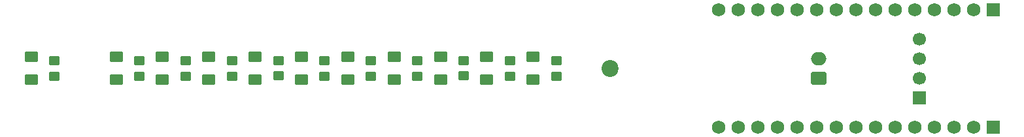
<source format=gbr>
%TF.GenerationSoftware,KiCad,Pcbnew,9.0.1*%
%TF.CreationDate,2025-04-29T17:49:49+02:00*%
%TF.ProjectId,Projet S6,50726f6a-6574-4205-9336-2e6b69636164,rev?*%
%TF.SameCoordinates,Original*%
%TF.FileFunction,Soldermask,Top*%
%TF.FilePolarity,Negative*%
%FSLAX46Y46*%
G04 Gerber Fmt 4.6, Leading zero omitted, Abs format (unit mm)*
G04 Created by KiCad (PCBNEW 9.0.1) date 2025-04-29 17:49:49*
%MOMM*%
%LPD*%
G01*
G04 APERTURE LIST*
G04 Aperture macros list*
%AMRoundRect*
0 Rectangle with rounded corners*
0 $1 Rounding radius*
0 $2 $3 $4 $5 $6 $7 $8 $9 X,Y pos of 4 corners*
0 Add a 4 corners polygon primitive as box body*
4,1,4,$2,$3,$4,$5,$6,$7,$8,$9,$2,$3,0*
0 Add four circle primitives for the rounded corners*
1,1,$1+$1,$2,$3*
1,1,$1+$1,$4,$5*
1,1,$1+$1,$6,$7*
1,1,$1+$1,$8,$9*
0 Add four rect primitives between the rounded corners*
20,1,$1+$1,$2,$3,$4,$5,0*
20,1,$1+$1,$4,$5,$6,$7,0*
20,1,$1+$1,$6,$7,$8,$9,0*
20,1,$1+$1,$8,$9,$2,$3,0*%
G04 Aperture macros list end*
%ADD10RoundRect,0.102000X-0.765000X0.765000X-0.765000X-0.765000X0.765000X-0.765000X0.765000X0.765000X0*%
%ADD11C,1.734000*%
%ADD12RoundRect,0.250001X0.624999X-0.462499X0.624999X0.462499X-0.624999X0.462499X-0.624999X-0.462499X0*%
%ADD13RoundRect,0.250000X-0.450000X0.350000X-0.450000X-0.350000X0.450000X-0.350000X0.450000X0.350000X0*%
%ADD14C,2.200000*%
%ADD15RoundRect,0.250000X0.750000X-0.600000X0.750000X0.600000X-0.750000X0.600000X-0.750000X-0.600000X0*%
%ADD16O,2.000000X1.700000*%
%ADD17R,1.700000X1.700000*%
%ADD18C,1.700000*%
G04 APERTURE END LIST*
D10*
%TO.C,Nucleo2*%
X179560000Y-62380000D03*
D11*
X177020000Y-62380000D03*
X174480000Y-62380000D03*
X171940000Y-62380000D03*
X169400000Y-62380000D03*
X166860000Y-62380000D03*
X164320000Y-62380000D03*
X161780000Y-62380000D03*
X159240000Y-62380000D03*
X156700000Y-62380000D03*
X154160000Y-62380000D03*
X151620000Y-62380000D03*
X149080000Y-62380000D03*
X146540000Y-62380000D03*
X144000000Y-62380000D03*
D10*
X179560000Y-77620000D03*
D11*
X177020000Y-77620000D03*
X174480000Y-77620000D03*
X171940000Y-77620000D03*
X169400000Y-77620000D03*
X166860000Y-77620000D03*
X164320000Y-77620000D03*
X161780000Y-77620000D03*
X159240000Y-77620000D03*
X156700000Y-77620000D03*
X154160000Y-77620000D03*
X151620000Y-77620000D03*
X149080000Y-77620000D03*
X146540000Y-77620000D03*
X144000000Y-77620000D03*
%TD*%
D12*
%TO.C,D2*%
X114000000Y-71475000D03*
X114000000Y-68500000D03*
%TD*%
%TO.C,D4*%
X102000000Y-71475000D03*
X102000000Y-68500000D03*
%TD*%
%TO.C,D10*%
X66000000Y-71475000D03*
X66000000Y-68500000D03*
%TD*%
%TO.C,D7*%
X84000000Y-71475000D03*
X84000000Y-68500000D03*
%TD*%
%TO.C,D8*%
X78000000Y-71475000D03*
X78000000Y-68500000D03*
%TD*%
%TO.C,D1*%
X120000000Y-71487500D03*
X120000000Y-68512500D03*
%TD*%
D13*
%TO.C,R10*%
X69000000Y-69000000D03*
X69000000Y-71000000D03*
%TD*%
D12*
%TO.C,D3*%
X108000000Y-71475000D03*
X108000000Y-68500000D03*
%TD*%
D13*
%TO.C,R5*%
X99000000Y-69000000D03*
X99000000Y-71000000D03*
%TD*%
%TO.C,R6*%
X93000000Y-69000000D03*
X93000000Y-71000000D03*
%TD*%
%TO.C,R1*%
X123000000Y-69000000D03*
X123000000Y-71000000D03*
%TD*%
%TO.C,R11*%
X58000000Y-69000000D03*
X58000000Y-71000000D03*
%TD*%
%TO.C,R4*%
X105000000Y-69000000D03*
X105000000Y-71000000D03*
%TD*%
%TO.C,R9*%
X75000000Y-69000000D03*
X75000000Y-71000000D03*
%TD*%
D14*
%TO.C,H101*%
X130000000Y-70000000D03*
%TD*%
D13*
%TO.C,R3*%
X111000000Y-68987500D03*
X111000000Y-70987500D03*
%TD*%
D12*
%TO.C,D9*%
X72000000Y-71475000D03*
X72000000Y-68500000D03*
%TD*%
%TO.C,D11*%
X55000000Y-71487500D03*
X55000000Y-68512500D03*
%TD*%
D13*
%TO.C,R2*%
X117000000Y-69000000D03*
X117000000Y-71000000D03*
%TD*%
D12*
%TO.C,D6*%
X90000000Y-71475000D03*
X90000000Y-68500000D03*
%TD*%
D13*
%TO.C,R8*%
X81000000Y-69000000D03*
X81000000Y-71000000D03*
%TD*%
D12*
%TO.C,D5*%
X96000000Y-71475000D03*
X96000000Y-68500000D03*
%TD*%
D13*
%TO.C,R7*%
X87000000Y-68987500D03*
X87000000Y-70987500D03*
%TD*%
D15*
%TO.C,J101*%
X157000000Y-71250000D03*
D16*
X157000000Y-68750000D03*
%TD*%
D17*
%TO.C,J3*%
X170000000Y-73810000D03*
D18*
X170000000Y-71270000D03*
X170000000Y-68730000D03*
X170000000Y-66190000D03*
%TD*%
M02*

</source>
